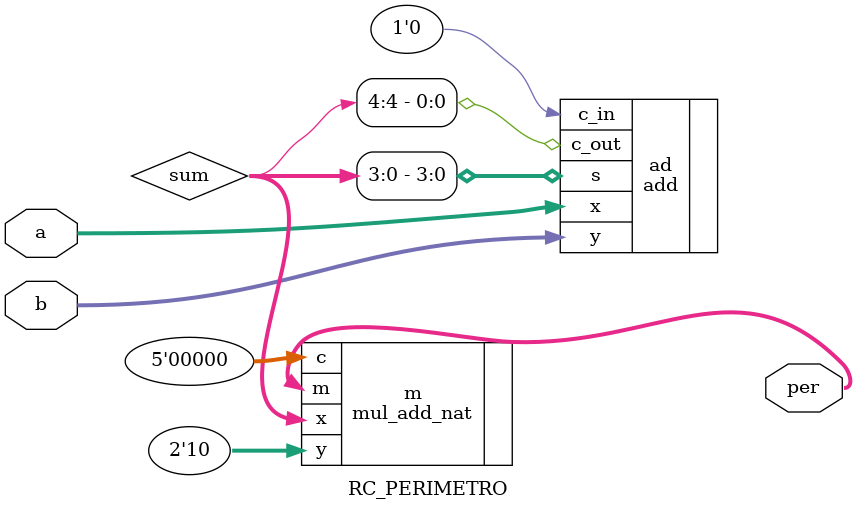
<source format=v>
module ABC (
    clock, _reset,
    _dav, rfd,
    a, b,
    p 
);
input clock, _reset;
input _dav;
input [3:0] a, b;

output [5:0] p;
output rfd;

wire b1, b0;
wire c0;

ParteOperativa PO (
    clock, _reset,
    _dav, rfd,
    a, b,
    p,
    b1, b0,
    c0
);

ParteControllo PC (
    clock, _reset,
    b1, b0,
    c0
);
endmodule

module ParteOperativa (
    clock, _reset,
    _dav, rfd,
    a, b,
    p,
    b1, b0,
    c0
);
    
input clock, _reset;
input _dav;
input [3:0] a, b;

output [5:0] p;
output rfd;

input b1, b0;
output c0;

assign c0 = _dav;

reg [5:0] P;
reg RFD;
assign p = P;
assign rfd = RFD;

wire [6:0] per;


RC_PERIMETRO RCP(
    a, b,
    per
);

always @(_reset == 0)#1
P <= 0;
always @(posedge clock) if (_reset == 1)#3
casex ({b0})
    'b1: P <= per[5:0];
    'b0: P <= P; 
endcase

always @(_reset == 0)#1
RFD <= 1;
always @(posedge clock) if (_reset == 1)#3
casex ({b1,b0})
    'b00: RFD <= 1;
    'b01: RFD <= 0;
    'b1x: RFD <= RFD;
endcase
endmodule

module ParteControllo (
    clock, _reset,
    b1, b0,
    c0
);
    input clock, _reset;
    input c0;
    output b1, b0;

    reg [1:0] STAR;
    localparam S0 = 0, S1 = 1, S2 = 2;

    assign b1 = (STAR == S2)? 1 : 0;
    assign b0 = (STAR == S1)? 1 : 0;

    always @(_reset == 0)#1
    STAR <= S0;
always @(posedge clock) if (_reset == 1)#3
    casex ({b1,b0})
        S0: STAR <= (c0 == 0)? S1 : S0;
        S1: STAR <= S2;
        S2: STAR <= (c0 == 0)? S2 : S0;
endcase

endmodule

module RC_PERIMETRO (
    a, b,
    per
);
    input [3:0] a, b;

    output [6:0] per;

    wire [4:0] sum;

    add #(.N(4))  ad(
        .x(a), .y(b), .c_in(1'b0),
        .s(sum[3:0]), .c_out(sum[4])
    );

    mul_add_nat #(.N(5), .M(2)) m(
        .x(sum), .y(2'b10), .c(5'b0),
        .m(per)
    );
    
endmodule
/*
u-add|  b1  b0 | ceff |  ut | uf      
  00     0   0     0     01   00
  01     0   1     /     10   //
  10     1   x     0     10   00
            */
</source>
